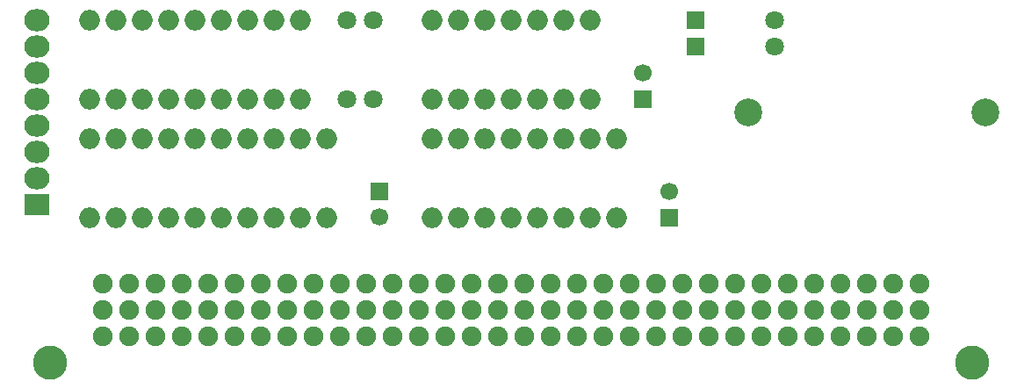
<source format=gbr>
G04 #@! TF.FileFunction,Soldermask,Bot*
%FSLAX46Y46*%
G04 Gerber Fmt 4.6, Leading zero omitted, Abs format (unit mm)*
G04 Created by KiCad (PCBNEW 4.0.1-stable) date 11.07.2016 22:37:14*
%MOMM*%
G01*
G04 APERTURE LIST*
%ADD10C,0.100000*%
%ADD11O,2.000000X2.000000*%
%ADD12C,1.901140*%
%ADD13C,3.300680*%
%ADD14R,1.700000X1.700000*%
%ADD15C,1.700000*%
%ADD16R,1.797000X1.797000*%
%ADD17C,1.797000*%
%ADD18C,2.686000*%
%ADD19R,2.432000X2.127200*%
%ADD20O,2.432000X2.127200*%
G04 APERTURE END LIST*
D10*
D11*
X99060000Y-109220000D03*
X96520000Y-109220000D03*
X93980000Y-109220000D03*
X91440000Y-109220000D03*
X88900000Y-109220000D03*
X86360000Y-109220000D03*
X83820000Y-109220000D03*
X83820000Y-116840000D03*
X86360000Y-116840000D03*
X88900000Y-116840000D03*
X91440000Y-116840000D03*
X93980000Y-116840000D03*
X96520000Y-116840000D03*
X99060000Y-116840000D03*
D12*
X130810000Y-139700000D03*
X128270000Y-139700000D03*
X123190000Y-139700000D03*
X125730000Y-139700000D03*
X120650000Y-139700000D03*
X118110000Y-139700000D03*
X115570000Y-139700000D03*
X113030000Y-139700000D03*
X110490000Y-139700000D03*
X107950000Y-139700000D03*
X105410000Y-139700000D03*
X102870000Y-139700000D03*
X100330000Y-139700000D03*
X97790000Y-139700000D03*
X95250000Y-139700000D03*
X92710000Y-139700000D03*
X90170000Y-139700000D03*
X87630000Y-139700000D03*
X85090000Y-139700000D03*
X82550000Y-139700000D03*
X80010000Y-139700000D03*
X77470000Y-139700000D03*
X74930000Y-139700000D03*
X72390000Y-139700000D03*
X69850000Y-139700000D03*
X67310000Y-139700000D03*
X64770000Y-139700000D03*
X62230000Y-139700000D03*
X59690000Y-139700000D03*
X57150000Y-139700000D03*
X54610000Y-139700000D03*
X52070000Y-139700000D03*
X52070000Y-137160000D03*
X54610000Y-137160000D03*
X57150000Y-137160000D03*
X59690000Y-137160000D03*
X62230000Y-137160000D03*
X64770000Y-137160000D03*
X67310000Y-137160000D03*
X69850000Y-137160000D03*
X72390000Y-137160000D03*
X74930000Y-137160000D03*
X77470000Y-137160000D03*
X80010000Y-137160000D03*
X82550000Y-137160000D03*
X85090000Y-137160000D03*
X87630000Y-137160000D03*
X90170000Y-137160000D03*
X92710000Y-137160000D03*
X95250000Y-137160000D03*
X97790000Y-137160000D03*
X100330000Y-137160000D03*
X102870000Y-137160000D03*
X105410000Y-137160000D03*
X107950000Y-137160000D03*
X110490000Y-137160000D03*
X113030000Y-137160000D03*
X115570000Y-137160000D03*
X118110000Y-137160000D03*
X120650000Y-137160000D03*
X125730000Y-137160000D03*
X123190000Y-137160000D03*
X128270000Y-137160000D03*
X130810000Y-137160000D03*
X130810000Y-134620000D03*
X128270000Y-134620000D03*
X123190000Y-134620000D03*
X125730000Y-134620000D03*
X120650000Y-134620000D03*
X118110000Y-134620000D03*
X115570000Y-134620000D03*
X113030000Y-134620000D03*
X110490000Y-134620000D03*
X107950000Y-134620000D03*
X105410000Y-134620000D03*
X102870000Y-134620000D03*
X100330000Y-134620000D03*
X97790000Y-134620000D03*
X95250000Y-134620000D03*
X92710000Y-134620000D03*
X90170000Y-134620000D03*
X87630000Y-134620000D03*
X85090000Y-134620000D03*
X82550000Y-134620000D03*
X80010000Y-134620000D03*
X77470000Y-134620000D03*
X74930000Y-134620000D03*
X72390000Y-134620000D03*
X69850000Y-134620000D03*
X67310000Y-134620000D03*
X64770000Y-134620000D03*
X62230000Y-134620000D03*
X59690000Y-134620000D03*
X57150000Y-134620000D03*
X54610000Y-134620000D03*
X52070000Y-134620000D03*
D13*
X46990000Y-142240000D03*
X135890000Y-142240000D03*
D14*
X106680000Y-128270000D03*
D15*
X106680000Y-125770000D03*
D16*
X109220000Y-111760000D03*
D17*
X116840000Y-111760000D03*
D14*
X104140000Y-116840000D03*
D15*
X104140000Y-114340000D03*
D16*
X109220000Y-109220000D03*
D17*
X116840000Y-109220000D03*
D14*
X78740000Y-125730000D03*
D15*
X78740000Y-128230000D03*
D11*
X101600000Y-120650000D03*
X99060000Y-120650000D03*
X96520000Y-120650000D03*
X93980000Y-120650000D03*
X91440000Y-120650000D03*
X88900000Y-120650000D03*
X86360000Y-120650000D03*
X83820000Y-120650000D03*
X83820000Y-128270000D03*
X86360000Y-128270000D03*
X88900000Y-128270000D03*
X91440000Y-128270000D03*
X93980000Y-128270000D03*
X96520000Y-128270000D03*
X99060000Y-128270000D03*
X101600000Y-128270000D03*
X71120000Y-109220000D03*
X68580000Y-109220000D03*
X66040000Y-109220000D03*
X63500000Y-109220000D03*
X60960000Y-109220000D03*
X58420000Y-109220000D03*
X55880000Y-109220000D03*
X53340000Y-109220000D03*
X50800000Y-109220000D03*
X50800000Y-116840000D03*
X53340000Y-116840000D03*
X55880000Y-116840000D03*
X58420000Y-116840000D03*
X60960000Y-116840000D03*
X63500000Y-116840000D03*
X66040000Y-116840000D03*
X68580000Y-116840000D03*
X71120000Y-116840000D03*
X73660000Y-120650000D03*
X71120000Y-120650000D03*
X68580000Y-120650000D03*
X66040000Y-120650000D03*
X63500000Y-120650000D03*
X60960000Y-120650000D03*
X58420000Y-120650000D03*
X55880000Y-120650000D03*
X53340000Y-120650000D03*
X50800000Y-120650000D03*
X50800000Y-128270000D03*
X53340000Y-128270000D03*
X55880000Y-128270000D03*
X58420000Y-128270000D03*
X60960000Y-128270000D03*
X63500000Y-128270000D03*
X66040000Y-128270000D03*
X68580000Y-128270000D03*
X71120000Y-128270000D03*
X73660000Y-128270000D03*
D17*
X78105000Y-109220000D03*
X78105000Y-116840000D03*
X75565000Y-109220000D03*
X75565000Y-116840000D03*
D18*
X137160000Y-118110000D03*
X114300000Y-118110000D03*
D19*
X45720000Y-127000000D03*
D20*
X45720000Y-124460000D03*
X45720000Y-121920000D03*
X45720000Y-119380000D03*
X45720000Y-116840000D03*
X45720000Y-114300000D03*
X45720000Y-111760000D03*
X45720000Y-109220000D03*
M02*

</source>
